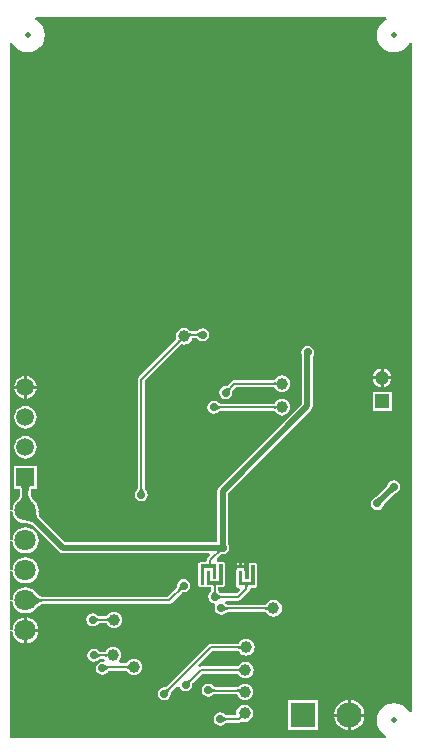
<source format=gbl>
G04*
G04 #@! TF.GenerationSoftware,Altium Limited,Altium Designer,20.2.7 (254)*
G04*
G04 Layer_Physical_Order=2*
G04 Layer_Color=16711680*
%FSLAX44Y44*%
%MOMM*%
G71*
G04*
G04 #@! TF.SameCoordinates,2281EFF5-857D-4E86-B53A-B943DB852D4A*
G04*
G04*
G04 #@! TF.FilePolarity,Positive*
G04*
G01*
G75*
%ADD13C,0.2000*%
%ADD53C,1.0000*%
%ADD64C,0.5000*%
%ADD65C,1.8000*%
%ADD66C,1.5000*%
%ADD67R,1.5000X1.5000*%
%ADD68R,2.1500X2.1500*%
%ADD69C,2.1500*%
%ADD70C,0.5000*%
%ADD71C,1.2000*%
%ADD72R,1.2000X1.2000*%
%ADD73C,0.7000*%
%ADD74R,0.2500X0.2500*%
G36*
X2219646Y1767581D02*
X2218544Y1767124D01*
X2215515Y1764800D01*
X2213190Y1761771D01*
X2211729Y1758243D01*
X2211231Y1754458D01*
X2211729Y1750673D01*
X2213190Y1747146D01*
X2215515Y1744117D01*
X2218544Y1741792D01*
X2222071Y1740331D01*
X2225856Y1739833D01*
X2229641Y1740331D01*
X2233169Y1741792D01*
X2236198Y1744117D01*
X2238522Y1747146D01*
X2238826Y1747880D01*
X2240826Y1747482D01*
X2240826Y1181434D01*
X2238826Y1181036D01*
X2238522Y1181771D01*
X2236198Y1184800D01*
X2233169Y1187124D01*
X2229641Y1188585D01*
X2225856Y1189083D01*
X2222071Y1188585D01*
X2218544Y1187124D01*
X2215515Y1184800D01*
X2213190Y1181771D01*
X2211729Y1178243D01*
X2211231Y1174458D01*
X2211729Y1170673D01*
X2213190Y1167146D01*
X2215515Y1164117D01*
X2218544Y1161792D01*
X2219351Y1161458D01*
X2218953Y1159458D01*
X1900826D01*
Y1250035D01*
X1902826Y1250166D01*
X1902948Y1249240D01*
X1903139Y1247787D01*
X1904248Y1245111D01*
X1906011Y1242813D01*
X1908309Y1241050D01*
X1910984Y1239941D01*
X1912586Y1239730D01*
Y1250658D01*
Y1261586D01*
X1910984Y1261375D01*
X1908309Y1260267D01*
X1906011Y1258503D01*
X1904248Y1256206D01*
X1903139Y1253530D01*
X1902948Y1252076D01*
X1902826Y1251150D01*
X1900826Y1251281D01*
X1900826Y1275435D01*
X1902826Y1275566D01*
X1902948Y1274640D01*
X1903139Y1273187D01*
X1904248Y1270511D01*
X1906011Y1268213D01*
X1908309Y1266450D01*
X1910984Y1265341D01*
X1913856Y1264963D01*
X1916728Y1265341D01*
X1919404Y1266450D01*
X1921701Y1268213D01*
X1921958Y1268547D01*
X1922712Y1269296D01*
X1923612Y1270137D01*
X1925291Y1271535D01*
X1925992Y1272036D01*
X1926635Y1272436D01*
X1927191Y1272723D01*
X1927645Y1272903D01*
X1927982Y1272990D01*
X1928085Y1272999D01*
X2035456D01*
X2035456Y1272999D01*
X2036627Y1273232D01*
X2037619Y1273895D01*
X2046301Y1282577D01*
X2046324Y1282595D01*
X2046427Y1282657D01*
X2046547Y1282717D01*
X2046688Y1282772D01*
X2046854Y1282821D01*
X2047047Y1282863D01*
X2047269Y1282894D01*
X2047520Y1282914D01*
X2047538Y1282914D01*
X2047856Y1282850D01*
X2050002Y1283277D01*
X2051821Y1284493D01*
X2053037Y1286312D01*
X2053464Y1288458D01*
X2053037Y1290604D01*
X2051821Y1292423D01*
X2050002Y1293639D01*
X2047856Y1294066D01*
X2045710Y1293639D01*
X2043891Y1292423D01*
X2042675Y1290604D01*
X2042248Y1288458D01*
X2042312Y1288139D01*
X2042312Y1288122D01*
X2042292Y1287871D01*
X2042260Y1287649D01*
X2042219Y1287456D01*
X2042169Y1287290D01*
X2042115Y1287149D01*
X2042056Y1287029D01*
X2041993Y1286926D01*
X2041975Y1286903D01*
X2034189Y1279117D01*
X1928085D01*
X1927982Y1279127D01*
X1927645Y1279213D01*
X1927191Y1279393D01*
X1926635Y1279680D01*
X1925992Y1280081D01*
X1925308Y1280569D01*
X1922686Y1282846D01*
X1921958Y1283569D01*
X1921701Y1283903D01*
X1919404Y1285667D01*
X1916728Y1286775D01*
X1913856Y1287153D01*
X1910984Y1286775D01*
X1908309Y1285667D01*
X1906011Y1283903D01*
X1904248Y1281606D01*
X1903139Y1278930D01*
X1902948Y1277476D01*
X1902826Y1276550D01*
X1900826Y1276681D01*
Y1300835D01*
X1902826Y1300966D01*
X1902948Y1300040D01*
X1903139Y1298587D01*
X1904248Y1295911D01*
X1906011Y1293613D01*
X1908309Y1291850D01*
X1910984Y1290741D01*
X1913856Y1290363D01*
X1916728Y1290741D01*
X1919404Y1291850D01*
X1921701Y1293613D01*
X1923465Y1295911D01*
X1924573Y1298587D01*
X1924951Y1301458D01*
X1924573Y1304330D01*
X1923465Y1307006D01*
X1921701Y1309303D01*
X1919404Y1311067D01*
X1916728Y1312175D01*
X1913856Y1312553D01*
X1910984Y1312175D01*
X1908309Y1311067D01*
X1906011Y1309303D01*
X1904248Y1307006D01*
X1903139Y1304330D01*
X1902948Y1302876D01*
X1902826Y1301950D01*
X1900826Y1302081D01*
Y1326235D01*
X1902826Y1326366D01*
X1902948Y1325440D01*
X1903139Y1323987D01*
X1904248Y1321311D01*
X1906011Y1319013D01*
X1908309Y1317250D01*
X1910984Y1316141D01*
X1913856Y1315763D01*
X1916728Y1316141D01*
X1919404Y1317250D01*
X1921701Y1319013D01*
X1923465Y1321311D01*
X1924573Y1323987D01*
X1924951Y1326858D01*
X1924573Y1329730D01*
X1923465Y1332406D01*
X1921701Y1334703D01*
X1919404Y1336467D01*
X1916728Y1337575D01*
X1913856Y1337953D01*
X1910984Y1337575D01*
X1908309Y1336467D01*
X1906011Y1334703D01*
X1904248Y1332406D01*
X1903139Y1329730D01*
X1902948Y1328276D01*
X1902826Y1327350D01*
X1900826Y1327481D01*
Y1351635D01*
X1902826Y1351766D01*
X1902948Y1350840D01*
X1903139Y1349387D01*
X1904248Y1346711D01*
X1906011Y1344413D01*
X1908309Y1342650D01*
X1910984Y1341541D01*
X1913856Y1341163D01*
X1914243Y1341214D01*
X1914892Y1341203D01*
X1915756Y1341139D01*
X1916557Y1341028D01*
X1917297Y1340872D01*
X1917977Y1340675D01*
X1918597Y1340438D01*
X1919163Y1340164D01*
X1919678Y1339853D01*
X1920047Y1339579D01*
X1942162Y1317464D01*
X1943650Y1316469D01*
X1945406Y1316120D01*
X2069329D01*
X2070094Y1314272D01*
X2068193Y1312371D01*
X2067530Y1311379D01*
X2067297Y1310208D01*
X2066427Y1308497D01*
X2062106Y1308497D01*
X2061326Y1308342D01*
X2060664Y1307900D01*
X2060222Y1307238D01*
X2060067Y1306458D01*
X2060067Y1289208D01*
X2060222Y1288428D01*
X2060664Y1287766D01*
X2061326Y1287324D01*
X2062106Y1287169D01*
X2065106Y1287169D01*
X2065887Y1287324D01*
X2066231Y1287554D01*
X2066576Y1287324D01*
X2067356Y1287169D01*
X2071105D01*
Y1284149D01*
X2071101Y1284120D01*
X2071073Y1284002D01*
X2071030Y1283875D01*
X2070969Y1283737D01*
X2070887Y1283585D01*
X2070779Y1283419D01*
X2070645Y1283239D01*
X2070481Y1283048D01*
X2070469Y1283036D01*
X2070199Y1282855D01*
X2068983Y1281036D01*
X2068556Y1278890D01*
X2068983Y1276744D01*
X2070199Y1274925D01*
X2072018Y1273709D01*
X2073629Y1273389D01*
X2074514Y1271964D01*
X2074675Y1271354D01*
X2074248Y1269208D01*
X2074675Y1267062D01*
X2075891Y1265243D01*
X2077710Y1264027D01*
X2079856Y1263600D01*
X2082002Y1264027D01*
X2083821Y1265243D01*
X2084002Y1265513D01*
X2084014Y1265525D01*
X2084205Y1265688D01*
X2084385Y1265824D01*
X2084551Y1265930D01*
X2084703Y1266013D01*
X2084841Y1266074D01*
X2084968Y1266117D01*
X2085086Y1266145D01*
X2085115Y1266149D01*
X2117333D01*
X2117394Y1266144D01*
X2117537Y1266120D01*
X2117561Y1266114D01*
X2117742Y1265678D01*
X2118864Y1264216D01*
X2120326Y1263094D01*
X2122029Y1262388D01*
X2123856Y1262148D01*
X2125683Y1262388D01*
X2127386Y1263094D01*
X2128849Y1264216D01*
X2129971Y1265678D01*
X2130676Y1267381D01*
X2130916Y1269208D01*
X2130676Y1271036D01*
X2129971Y1272738D01*
X2128849Y1274201D01*
X2127386Y1275323D01*
X2125683Y1276028D01*
X2123856Y1276268D01*
X2122029Y1276028D01*
X2120326Y1275323D01*
X2118864Y1274201D01*
X2117742Y1272738D01*
X2117561Y1272302D01*
X2117537Y1272296D01*
X2117394Y1272272D01*
X2117333Y1272267D01*
X2085115D01*
X2085086Y1272271D01*
X2084968Y1272299D01*
X2084841Y1272342D01*
X2084703Y1272403D01*
X2084551Y1272486D01*
X2084385Y1272593D01*
X2084205Y1272728D01*
X2084014Y1272891D01*
X2084002Y1272903D01*
X2083821Y1273173D01*
X2082837Y1273831D01*
X2083443Y1275831D01*
X2094038D01*
X2094038Y1275831D01*
X2095209Y1276064D01*
X2096201Y1276727D01*
X2103019Y1283545D01*
X2103019Y1283545D01*
X2103682Y1284538D01*
X2103915Y1285708D01*
X2105495Y1286669D01*
X2107856D01*
X2108636Y1286824D01*
X2109298Y1287266D01*
X2109740Y1287928D01*
X2109895Y1288708D01*
X2109895Y1305958D01*
X2109740Y1306739D01*
X2109298Y1307400D01*
X2108636Y1307842D01*
X2107856Y1307997D01*
X2104856Y1307997D01*
X2104076Y1307842D01*
X2103414Y1307400D01*
X2102972Y1306738D01*
X2102817Y1305958D01*
X2102817Y1293747D01*
X2100809D01*
X2100724Y1293833D01*
X2099606Y1293833D01*
Y1294951D01*
X2099395Y1295161D01*
X2099395Y1300708D01*
X2099240Y1301488D01*
X2099106Y1301689D01*
Y1302958D01*
X2092606Y1302958D01*
Y1301689D01*
X2092472Y1301489D01*
X2092317Y1300708D01*
X2092317Y1288708D01*
X2092472Y1287928D01*
X2092914Y1287266D01*
X2093576Y1286824D01*
X2094356Y1286669D01*
X2094878D01*
X2095643Y1284821D01*
X2092771Y1281949D01*
X2079423D01*
X2079394Y1281953D01*
X2079276Y1281981D01*
X2079149Y1282024D01*
X2079011Y1282085D01*
X2078859Y1282168D01*
X2078693Y1282275D01*
X2078513Y1282410D01*
X2078322Y1282574D01*
X2078310Y1282585D01*
X2078129Y1282855D01*
X2077859Y1283036D01*
X2077847Y1283048D01*
X2077684Y1283239D01*
X2077549Y1283419D01*
X2077442Y1283585D01*
X2077359Y1283737D01*
X2077298Y1283875D01*
X2077255Y1284002D01*
X2077227Y1284120D01*
X2077223Y1284149D01*
Y1287169D01*
X2080856D01*
X2081637Y1287324D01*
X2082298Y1287766D01*
X2082740Y1288428D01*
X2082895Y1289208D01*
X2082895Y1306458D01*
X2082740Y1307238D01*
X2082298Y1307900D01*
X2081637Y1308342D01*
X2080856Y1308497D01*
X2077856Y1308497D01*
X2077076Y1308342D01*
X2076041Y1308941D01*
X2075646Y1311172D01*
X2078696Y1314223D01*
X2079448Y1314918D01*
X2079547Y1314967D01*
X2079688Y1315022D01*
X2079854Y1315071D01*
X2080047Y1315112D01*
X2080269Y1315144D01*
X2080520Y1315164D01*
X2080538Y1315164D01*
X2080856Y1315100D01*
X2083002Y1315527D01*
X2084821Y1316743D01*
X2086037Y1318562D01*
X2086464Y1320708D01*
X2086037Y1322854D01*
X2085444Y1323741D01*
Y1366808D01*
X2155600Y1436964D01*
X2156595Y1438452D01*
X2156944Y1440208D01*
Y1482177D01*
X2158037Y1483812D01*
X2158464Y1485958D01*
X2158037Y1488104D01*
X2156821Y1489923D01*
X2155002Y1491139D01*
X2152856Y1491566D01*
X2150710Y1491139D01*
X2148891Y1489923D01*
X2147675Y1488104D01*
X2147248Y1485958D01*
X2147675Y1483812D01*
X2147768Y1483673D01*
Y1442109D01*
X2077612Y1371953D01*
X2076617Y1370464D01*
X2076268Y1368708D01*
Y1325296D01*
X1947307D01*
X1926536Y1346067D01*
X1926262Y1346436D01*
X1925950Y1346951D01*
X1925676Y1347517D01*
X1925439Y1348138D01*
X1925242Y1348817D01*
X1925086Y1349557D01*
X1924975Y1350358D01*
X1924911Y1351222D01*
X1924900Y1351872D01*
X1924951Y1352258D01*
X1924573Y1355130D01*
X1923465Y1357806D01*
X1921701Y1360103D01*
X1921392Y1360341D01*
X1920941Y1360807D01*
X1920375Y1361464D01*
X1919887Y1362109D01*
X1919474Y1362742D01*
X1919133Y1363362D01*
X1918862Y1363969D01*
X1918655Y1364562D01*
X1918511Y1365147D01*
X1918444Y1365602D01*
Y1368721D01*
X1918481Y1369131D01*
X1918576Y1369705D01*
X1918692Y1370135D01*
X1918806Y1370415D01*
X1918884Y1370541D01*
X1919046Y1370558D01*
X1923356D01*
Y1389558D01*
X1904356D01*
Y1370558D01*
X1908666D01*
X1908829Y1370541D01*
X1908906Y1370415D01*
X1909020Y1370135D01*
X1909136Y1369705D01*
X1909232Y1369131D01*
X1909268Y1368721D01*
Y1365602D01*
X1909201Y1365147D01*
X1909057Y1364562D01*
X1908851Y1363969D01*
X1908579Y1363362D01*
X1908238Y1362742D01*
X1907825Y1362109D01*
X1907337Y1361464D01*
X1906771Y1360807D01*
X1906320Y1360341D01*
X1906011Y1360103D01*
X1904248Y1357806D01*
X1903139Y1355130D01*
X1902948Y1353676D01*
X1902826Y1352750D01*
X1900826Y1352881D01*
X1900826Y1747627D01*
X1902826Y1748025D01*
X1903190Y1747146D01*
X1905515Y1744117D01*
X1908544Y1741792D01*
X1912071Y1740331D01*
X1915856Y1739833D01*
X1919641Y1740331D01*
X1923169Y1741792D01*
X1926198Y1744117D01*
X1928522Y1747146D01*
X1929983Y1750673D01*
X1930481Y1754458D01*
X1929983Y1758243D01*
X1928522Y1761771D01*
X1926198Y1764800D01*
X1923169Y1767124D01*
X1922066Y1767581D01*
X1922464Y1769581D01*
X2219249D01*
X2219646Y1767581D01*
D02*
G37*
G36*
X1918381Y1372539D02*
X1917956Y1372389D01*
X1917581Y1372139D01*
X1917256Y1371789D01*
X1916981Y1371339D01*
X1916756Y1370789D01*
X1916581Y1370139D01*
X1916456Y1369389D01*
X1916381Y1368539D01*
X1916356Y1367589D01*
X1911356D01*
X1911331Y1368539D01*
X1911256Y1369389D01*
X1911131Y1370139D01*
X1910956Y1370789D01*
X1910731Y1371339D01*
X1910456Y1371789D01*
X1910131Y1372139D01*
X1909756Y1372389D01*
X1909331Y1372539D01*
X1908856Y1372589D01*
X1918856D01*
X1918381Y1372539D01*
D02*
G37*
G36*
X1916394Y1365527D02*
X1916508Y1364753D01*
X1916698Y1363983D01*
X1916964Y1363216D01*
X1917306Y1362452D01*
X1917724Y1361692D01*
X1918218Y1360936D01*
X1918788Y1360182D01*
X1919434Y1359432D01*
X1920156Y1358685D01*
X1907556D01*
X1908278Y1359432D01*
X1908924Y1360182D01*
X1909494Y1360936D01*
X1909988Y1361692D01*
X1910406Y1362452D01*
X1910748Y1363216D01*
X1911014Y1363983D01*
X1911204Y1364753D01*
X1911318Y1365527D01*
X1911356Y1366304D01*
X1916356D01*
X1916394Y1365527D01*
D02*
G37*
G36*
X1922873Y1351130D02*
X1922947Y1350143D01*
X1923076Y1349207D01*
X1923262Y1348322D01*
X1923504Y1347489D01*
X1923802Y1346707D01*
X1924156Y1345977D01*
X1924567Y1345298D01*
X1925033Y1344670D01*
X1925556Y1344094D01*
X1922020Y1340558D01*
X1921444Y1341081D01*
X1920816Y1341548D01*
X1920137Y1341958D01*
X1919407Y1342312D01*
X1918625Y1342610D01*
X1917792Y1342852D01*
X1916908Y1343038D01*
X1915972Y1343168D01*
X1914985Y1343241D01*
X1913946Y1343259D01*
X1922856Y1352168D01*
X1922873Y1351130D01*
D02*
G37*
G36*
X2080858Y1318208D02*
X2080617Y1318174D01*
X2080332Y1318073D01*
X2080083Y1317947D01*
X2080821Y1317208D01*
X2080424Y1317201D01*
X2080047Y1317172D01*
X2079688Y1317121D01*
X2079348Y1317048D01*
X2079027Y1316953D01*
X2078725Y1316835D01*
X2078442Y1316696D01*
X2078219Y1316559D01*
X2077057Y1315484D01*
X2076407Y1314845D01*
X2074993Y1316259D01*
X2075632Y1316909D01*
X2075754Y1317048D01*
X2076832Y1318275D01*
X2076844Y1318294D01*
X2076983Y1318577D01*
X2077101Y1318879D01*
X2077196Y1319200D01*
X2077269Y1319540D01*
X2077320Y1319899D01*
X2077349Y1320277D01*
X2077356Y1320673D01*
X2078095Y1319935D01*
X2078221Y1320184D01*
X2078322Y1320469D01*
X2078356Y1320710D01*
X2080858Y1318208D01*
D02*
G37*
G36*
X2075606Y1294333D02*
X2072606Y1294333D01*
X2072606Y1303458D01*
X2065106Y1303458D01*
X2065106Y1289208D01*
X2062106Y1289208D01*
X2062106Y1306458D01*
X2075606Y1306458D01*
X2075606Y1294333D01*
D02*
G37*
G36*
X2080856Y1289208D02*
X2075228D01*
X2075222Y1289169D01*
X2075190Y1288769D01*
X2075166Y1287869D01*
X2075164Y1287489D01*
X2073164D01*
X2073161Y1287869D01*
X2073064Y1289169D01*
X2073054Y1289208D01*
X2067356D01*
X2067356Y1301208D01*
X2070356Y1301208D01*
X2070356Y1292208D01*
X2077856Y1292208D01*
X2077856Y1306458D01*
X2080856Y1306458D01*
X2080856Y1289208D01*
D02*
G37*
G36*
X2107856Y1288708D02*
X2102042D01*
X2102025Y1288669D01*
X2101974Y1288489D01*
X2101931Y1288269D01*
X2101898Y1288009D01*
X2101861Y1287369D01*
X2101856Y1286989D01*
X2099856D01*
X2099882Y1288708D01*
X2094356D01*
X2094356Y1300708D01*
X2097356Y1300708D01*
X2097356Y1291708D01*
X2104856Y1291708D01*
X2104856Y1305958D01*
X2107856Y1305958D01*
X2107856Y1288708D01*
D02*
G37*
G36*
X2047821Y1284958D02*
X2047424Y1284951D01*
X2047047Y1284922D01*
X2046688Y1284871D01*
X2046348Y1284798D01*
X2046027Y1284702D01*
X2045725Y1284585D01*
X2045442Y1284445D01*
X2045178Y1284284D01*
X2044933Y1284100D01*
X2044707Y1283894D01*
X2043292Y1285309D01*
X2043498Y1285535D01*
X2043682Y1285780D01*
X2043844Y1286044D01*
X2043983Y1286327D01*
X2044100Y1286629D01*
X2044196Y1286950D01*
X2044269Y1287290D01*
X2044320Y1287649D01*
X2044349Y1288026D01*
X2044356Y1288423D01*
X2047821Y1284958D01*
D02*
G37*
G36*
X2075179Y1284039D02*
X2075222Y1283735D01*
X2075295Y1283434D01*
X2075396Y1283136D01*
X2075527Y1282839D01*
X2075686Y1282545D01*
X2075875Y1282253D01*
X2076092Y1281963D01*
X2076339Y1281675D01*
X2076614Y1281390D01*
X2071714D01*
X2071990Y1281675D01*
X2072236Y1281963D01*
X2072454Y1282253D01*
X2072642Y1282545D01*
X2072802Y1282839D01*
X2072932Y1283136D01*
X2073034Y1283434D01*
X2073106Y1283735D01*
X2073150Y1284039D01*
X2073164Y1284344D01*
X2075164D01*
X2075179Y1284039D01*
D02*
G37*
G36*
X2076949Y1281065D02*
X2077237Y1280818D01*
X2077527Y1280601D01*
X2077819Y1280412D01*
X2078113Y1280253D01*
X2078409Y1280122D01*
X2078708Y1280021D01*
X2079009Y1279948D01*
X2079313Y1279905D01*
X2079618Y1279890D01*
Y1277890D01*
X2079313Y1277876D01*
X2079009Y1277832D01*
X2078708Y1277760D01*
X2078409Y1277658D01*
X2078113Y1277528D01*
X2077819Y1277368D01*
X2077527Y1277180D01*
X2077237Y1276962D01*
X2076949Y1276716D01*
X2076664Y1276440D01*
Y1281340D01*
X2076949Y1281065D01*
D02*
G37*
G36*
X1921298Y1281351D02*
X1924044Y1278966D01*
X1924860Y1278383D01*
X1925627Y1277906D01*
X1926345Y1277535D01*
X1927013Y1277270D01*
X1927631Y1277111D01*
X1928200Y1277058D01*
Y1275058D01*
X1927631Y1275005D01*
X1927013Y1274846D01*
X1926345Y1274581D01*
X1925627Y1274210D01*
X1924860Y1273733D01*
X1924044Y1273150D01*
X1922263Y1271666D01*
X1921298Y1270765D01*
X1920283Y1269758D01*
Y1282358D01*
X1921298Y1281351D01*
D02*
G37*
G36*
X2119274Y1267208D02*
X2119172Y1267398D01*
X2119041Y1267568D01*
X2118882Y1267718D01*
X2118693Y1267848D01*
X2118476Y1267958D01*
X2118230Y1268048D01*
X2117955Y1268118D01*
X2117651Y1268168D01*
X2117319Y1268198D01*
X2116957Y1268208D01*
Y1270208D01*
X2117319Y1270218D01*
X2117651Y1270248D01*
X2117955Y1270298D01*
X2118230Y1270368D01*
X2118476Y1270458D01*
X2118693Y1270568D01*
X2118882Y1270698D01*
X2119041Y1270848D01*
X2119172Y1271018D01*
X2119274Y1271208D01*
Y1267208D01*
D02*
G37*
G36*
X2082641Y1271383D02*
X2082929Y1271136D01*
X2083219Y1270919D01*
X2083511Y1270730D01*
X2083805Y1270571D01*
X2084102Y1270440D01*
X2084400Y1270339D01*
X2084701Y1270266D01*
X2085005Y1270223D01*
X2085310Y1270208D01*
Y1268208D01*
X2085005Y1268194D01*
X2084701Y1268150D01*
X2084400Y1268078D01*
X2084102Y1267976D01*
X2083805Y1267846D01*
X2083511Y1267686D01*
X2083219Y1267498D01*
X2082929Y1267280D01*
X2082641Y1267034D01*
X2082356Y1266758D01*
Y1271658D01*
X2082641Y1271383D01*
D02*
G37*
%LPC*%
G36*
X2063856Y1506566D02*
X2061710Y1506139D01*
X2059891Y1504923D01*
X2059690Y1504622D01*
X2059628Y1504560D01*
X2059444Y1504397D01*
X2059273Y1504264D01*
X2059114Y1504159D01*
X2058969Y1504078D01*
X2058836Y1504018D01*
X2058716Y1503977D01*
X2058602Y1503949D01*
X2058575Y1503945D01*
X2054271D01*
X2054224Y1503948D01*
X2054030Y1503973D01*
X2053875Y1504002D01*
X2053763Y1504033D01*
X2053692Y1504058D01*
X2053678Y1504065D01*
X2053642Y1504102D01*
X2053587Y1504140D01*
X2053349Y1504451D01*
X2051886Y1505573D01*
X2050184Y1506278D01*
X2048356Y1506519D01*
X2046529Y1506278D01*
X2044826Y1505573D01*
X2043364Y1504451D01*
X2042242Y1502988D01*
X2041536Y1501286D01*
X2041296Y1499458D01*
X2041536Y1497631D01*
X2041717Y1497195D01*
X2041705Y1497173D01*
X2041620Y1497056D01*
X2041581Y1497009D01*
X2009693Y1465121D01*
X2009030Y1464129D01*
X2008797Y1462958D01*
X2008797Y1462958D01*
Y1370717D01*
X2008793Y1370688D01*
X2008765Y1370570D01*
X2008722Y1370443D01*
X2008661Y1370305D01*
X2008578Y1370153D01*
X2008471Y1369987D01*
X2008337Y1369807D01*
X2008173Y1369616D01*
X2008161Y1369604D01*
X2007891Y1369423D01*
X2006675Y1367604D01*
X2006248Y1365458D01*
X2006675Y1363312D01*
X2007891Y1361493D01*
X2009710Y1360277D01*
X2011856Y1359850D01*
X2014002Y1360277D01*
X2015821Y1361493D01*
X2017037Y1363312D01*
X2017464Y1365458D01*
X2017037Y1367604D01*
X2015821Y1369423D01*
X2015551Y1369604D01*
X2015540Y1369616D01*
X2015376Y1369807D01*
X2015241Y1369987D01*
X2015134Y1370153D01*
X2015051Y1370305D01*
X2014990Y1370443D01*
X2014947Y1370570D01*
X2014919Y1370688D01*
X2014915Y1370717D01*
Y1461691D01*
X2045907Y1492683D01*
X2045953Y1492722D01*
X2046071Y1492807D01*
X2046093Y1492819D01*
X2046529Y1492638D01*
X2048356Y1492398D01*
X2050184Y1492638D01*
X2051886Y1493344D01*
X2053349Y1494466D01*
X2054471Y1495928D01*
X2055176Y1497631D01*
X2055202Y1497827D01*
X2058622D01*
X2058652Y1497823D01*
X2058774Y1497794D01*
X2058907Y1497750D01*
X2059052Y1497688D01*
X2059211Y1497604D01*
X2059384Y1497495D01*
X2059571Y1497359D01*
X2059738Y1497221D01*
X2059891Y1496993D01*
X2061710Y1495777D01*
X2063856Y1495350D01*
X2066002Y1495777D01*
X2067821Y1496993D01*
X2069037Y1498812D01*
X2069464Y1500958D01*
X2069037Y1503104D01*
X2067821Y1504923D01*
X2066002Y1506139D01*
X2063856Y1506566D01*
D02*
G37*
G36*
X2217126Y1472360D02*
Y1465728D01*
X2223758D01*
X2223650Y1466546D01*
X2222844Y1468493D01*
X2221562Y1470164D01*
X2219891Y1471446D01*
X2217944Y1472252D01*
X2217126Y1472360D01*
D02*
G37*
G36*
X2214586D02*
X2213768Y1472252D01*
X2211822Y1471446D01*
X2210150Y1470164D01*
X2208868Y1468493D01*
X2208062Y1466546D01*
X2207954Y1465728D01*
X2214586D01*
Y1472360D01*
D02*
G37*
G36*
X2130856Y1466519D02*
X2129029Y1466278D01*
X2127326Y1465573D01*
X2125864Y1464451D01*
X2124742Y1462988D01*
X2124561Y1462552D01*
X2124537Y1462546D01*
X2124394Y1462522D01*
X2124333Y1462517D01*
X2090856D01*
X2090856Y1462517D01*
X2089686Y1462284D01*
X2088693Y1461621D01*
X2084912Y1457839D01*
X2084888Y1457822D01*
X2084785Y1457759D01*
X2084665Y1457699D01*
X2084524Y1457645D01*
X2084358Y1457595D01*
X2084165Y1457554D01*
X2083943Y1457522D01*
X2083692Y1457503D01*
X2083675Y1457502D01*
X2083356Y1457566D01*
X2081210Y1457139D01*
X2079391Y1455923D01*
X2078175Y1454104D01*
X2077748Y1451958D01*
X2078175Y1449812D01*
X2079391Y1447993D01*
X2081210Y1446777D01*
X2083356Y1446350D01*
X2085502Y1446777D01*
X2087321Y1447993D01*
X2088537Y1449812D01*
X2088964Y1451958D01*
X2088900Y1452277D01*
X2088901Y1452294D01*
X2088920Y1452545D01*
X2088952Y1452767D01*
X2088993Y1452960D01*
X2089043Y1453126D01*
X2089097Y1453267D01*
X2089157Y1453387D01*
X2089220Y1453490D01*
X2089237Y1453514D01*
X2092123Y1456399D01*
X2124333D01*
X2124394Y1456394D01*
X2124537Y1456370D01*
X2124561Y1456364D01*
X2124742Y1455928D01*
X2125864Y1454466D01*
X2127326Y1453344D01*
X2129029Y1452638D01*
X2130856Y1452398D01*
X2132684Y1452638D01*
X2134386Y1453344D01*
X2135849Y1454466D01*
X2136971Y1455928D01*
X2137676Y1457631D01*
X2137917Y1459458D01*
X2137676Y1461286D01*
X2136971Y1462988D01*
X2135849Y1464451D01*
X2134386Y1465573D01*
X2132684Y1466278D01*
X2130856Y1466519D01*
D02*
G37*
G36*
X1915126Y1465673D02*
Y1457528D01*
X1923271D01*
X1923112Y1458738D01*
X1922154Y1461049D01*
X1920632Y1463034D01*
X1918647Y1464556D01*
X1916336Y1465514D01*
X1915126Y1465673D01*
D02*
G37*
G36*
X1912586Y1465673D02*
X1911376Y1465514D01*
X1909065Y1464556D01*
X1907081Y1463034D01*
X1905558Y1461049D01*
X1904601Y1458738D01*
X1904441Y1457528D01*
X1912586D01*
Y1465673D01*
D02*
G37*
G36*
X2223758Y1463188D02*
X2217126D01*
Y1456556D01*
X2217944Y1456664D01*
X2219891Y1457470D01*
X2221562Y1458752D01*
X2222844Y1460424D01*
X2223650Y1462370D01*
X2223758Y1463188D01*
D02*
G37*
G36*
X2214586D02*
X2207954D01*
X2208062Y1462370D01*
X2208868Y1460424D01*
X2210150Y1458752D01*
X2211822Y1457470D01*
X2213768Y1456664D01*
X2214586Y1456556D01*
Y1463188D01*
D02*
G37*
G36*
X1912586Y1454988D02*
X1904441D01*
X1904601Y1453778D01*
X1905558Y1451467D01*
X1907081Y1449483D01*
X1909065Y1447960D01*
X1911376Y1447003D01*
X1912586Y1446843D01*
Y1454988D01*
D02*
G37*
G36*
X1923271D02*
X1915126D01*
Y1446843D01*
X1916336Y1447003D01*
X1918647Y1447960D01*
X1920632Y1449483D01*
X1922154Y1451467D01*
X1923112Y1453778D01*
X1923271Y1454988D01*
D02*
G37*
G36*
X2130856Y1446519D02*
X2129029Y1446278D01*
X2127326Y1445573D01*
X2125864Y1444451D01*
X2124742Y1442988D01*
X2124561Y1442552D01*
X2124537Y1442546D01*
X2124394Y1442522D01*
X2124333Y1442517D01*
X2078615D01*
X2078586Y1442521D01*
X2078468Y1442549D01*
X2078341Y1442592D01*
X2078203Y1442653D01*
X2078051Y1442736D01*
X2077885Y1442843D01*
X2077705Y1442978D01*
X2077514Y1443141D01*
X2077502Y1443153D01*
X2077321Y1443423D01*
X2075502Y1444639D01*
X2073356Y1445066D01*
X2071210Y1444639D01*
X2069391Y1443423D01*
X2068175Y1441604D01*
X2067748Y1439458D01*
X2068175Y1437312D01*
X2069391Y1435493D01*
X2071210Y1434277D01*
X2073356Y1433850D01*
X2075502Y1434277D01*
X2077321Y1435493D01*
X2077502Y1435763D01*
X2077514Y1435775D01*
X2077705Y1435939D01*
X2077885Y1436073D01*
X2078051Y1436180D01*
X2078203Y1436263D01*
X2078341Y1436324D01*
X2078468Y1436367D01*
X2078586Y1436395D01*
X2078615Y1436399D01*
X2124333D01*
X2124394Y1436394D01*
X2124537Y1436370D01*
X2124561Y1436364D01*
X2124742Y1435928D01*
X2125864Y1434466D01*
X2127326Y1433344D01*
X2129029Y1432638D01*
X2130856Y1432398D01*
X2132684Y1432638D01*
X2134386Y1433344D01*
X2135849Y1434466D01*
X2136971Y1435928D01*
X2137676Y1437631D01*
X2137917Y1439458D01*
X2137676Y1441286D01*
X2136971Y1442988D01*
X2135849Y1444451D01*
X2134386Y1445573D01*
X2132684Y1446278D01*
X2130856Y1446519D01*
D02*
G37*
G36*
X2223856Y1452458D02*
X2207856D01*
Y1436458D01*
X2223856D01*
Y1452458D01*
D02*
G37*
G36*
X1913856Y1440440D02*
X1911376Y1440114D01*
X1909065Y1439156D01*
X1907081Y1437634D01*
X1905558Y1435649D01*
X1904601Y1433338D01*
X1904274Y1430858D01*
X1904601Y1428378D01*
X1905558Y1426067D01*
X1907081Y1424083D01*
X1909065Y1422560D01*
X1911376Y1421603D01*
X1913856Y1421276D01*
X1916336Y1421603D01*
X1918647Y1422560D01*
X1920632Y1424083D01*
X1922154Y1426067D01*
X1923112Y1428378D01*
X1923438Y1430858D01*
X1923112Y1433338D01*
X1922154Y1435649D01*
X1920632Y1437634D01*
X1918647Y1439156D01*
X1916336Y1440114D01*
X1913856Y1440440D01*
D02*
G37*
G36*
Y1415040D02*
X1911376Y1414714D01*
X1909065Y1413756D01*
X1907081Y1412234D01*
X1905558Y1410249D01*
X1904601Y1407938D01*
X1904274Y1405458D01*
X1904601Y1402978D01*
X1905558Y1400667D01*
X1907081Y1398683D01*
X1909065Y1397160D01*
X1911376Y1396203D01*
X1913856Y1395876D01*
X1916336Y1396203D01*
X1918647Y1397160D01*
X1920632Y1398683D01*
X1922154Y1400667D01*
X1923112Y1402978D01*
X1923438Y1405458D01*
X1923112Y1407938D01*
X1922154Y1410249D01*
X1920632Y1412234D01*
X1918647Y1413756D01*
X1916336Y1414714D01*
X1913856Y1415040D01*
D02*
G37*
G36*
X2225696Y1377616D02*
X2223550Y1377189D01*
X2221731Y1375973D01*
X2220515Y1374154D01*
X2220255Y1372846D01*
X2210889Y1363479D01*
X2209580Y1363219D01*
X2207761Y1362003D01*
X2206545Y1360184D01*
X2206118Y1358038D01*
X2206545Y1355892D01*
X2207761Y1354073D01*
X2209580Y1352857D01*
X2211726Y1352430D01*
X2213872Y1352857D01*
X2215691Y1354073D01*
X2216907Y1355892D01*
X2217063Y1356676D01*
X2227058Y1366671D01*
X2227842Y1366827D01*
X2229661Y1368043D01*
X2230877Y1369862D01*
X2231304Y1372008D01*
X2230877Y1374154D01*
X2229661Y1375973D01*
X2227842Y1377189D01*
X2225696Y1377616D01*
D02*
G37*
G36*
X2099106Y1307708D02*
X2097126D01*
Y1305958D01*
X2099106D01*
Y1307708D01*
D02*
G37*
G36*
X2094586D02*
X2092606D01*
Y1305958D01*
X2094586D01*
Y1307708D01*
D02*
G37*
G36*
X1988956Y1266518D02*
X1987129Y1266278D01*
X1985426Y1265573D01*
X1983964Y1264451D01*
X1982842Y1262988D01*
X1982661Y1262552D01*
X1982637Y1262546D01*
X1982494Y1262522D01*
X1982433Y1262517D01*
X1976115D01*
X1976086Y1262521D01*
X1975968Y1262549D01*
X1975841Y1262592D01*
X1975703Y1262653D01*
X1975551Y1262736D01*
X1975385Y1262843D01*
X1975205Y1262978D01*
X1975014Y1263141D01*
X1975002Y1263153D01*
X1974821Y1263423D01*
X1973002Y1264639D01*
X1970856Y1265066D01*
X1968710Y1264639D01*
X1966891Y1263423D01*
X1965675Y1261604D01*
X1965248Y1259458D01*
X1965675Y1257312D01*
X1966891Y1255493D01*
X1968710Y1254277D01*
X1970856Y1253850D01*
X1973002Y1254277D01*
X1974821Y1255493D01*
X1975002Y1255763D01*
X1975014Y1255775D01*
X1975205Y1255938D01*
X1975385Y1256074D01*
X1975551Y1256180D01*
X1975703Y1256263D01*
X1975841Y1256324D01*
X1975968Y1256367D01*
X1976086Y1256395D01*
X1976115Y1256399D01*
X1982433D01*
X1982494Y1256394D01*
X1982637Y1256370D01*
X1982661Y1256364D01*
X1982842Y1255928D01*
X1983964Y1254466D01*
X1985426Y1253344D01*
X1987129Y1252638D01*
X1988956Y1252398D01*
X1990784Y1252638D01*
X1992486Y1253344D01*
X1993949Y1254466D01*
X1995071Y1255928D01*
X1995776Y1257631D01*
X1996017Y1259458D01*
X1995776Y1261285D01*
X1995071Y1262988D01*
X1993949Y1264451D01*
X1992486Y1265573D01*
X1990784Y1266278D01*
X1988956Y1266518D01*
D02*
G37*
G36*
X1915126Y1261586D02*
Y1251928D01*
X1924784D01*
X1924573Y1253530D01*
X1923465Y1256206D01*
X1921701Y1258503D01*
X1919404Y1260267D01*
X1916728Y1261375D01*
X1915126Y1261586D01*
D02*
G37*
G36*
X1924784Y1249388D02*
X1915126D01*
Y1239730D01*
X1916728Y1239941D01*
X1919404Y1241050D01*
X1921701Y1242813D01*
X1923465Y1245111D01*
X1924573Y1247787D01*
X1924784Y1249388D01*
D02*
G37*
G36*
X2100856Y1243269D02*
X2099029Y1243028D01*
X2097326Y1242323D01*
X2095864Y1241201D01*
X2094742Y1239738D01*
X2094561Y1239302D01*
X2094537Y1239296D01*
X2094394Y1239272D01*
X2094333Y1239267D01*
X2070606D01*
X2070606Y1239267D01*
X2069436Y1239034D01*
X2068443Y1238371D01*
X2032912Y1202839D01*
X2032888Y1202822D01*
X2032785Y1202759D01*
X2032665Y1202700D01*
X2032524Y1202645D01*
X2032358Y1202595D01*
X2032165Y1202554D01*
X2031943Y1202522D01*
X2031692Y1202503D01*
X2031675Y1202503D01*
X2031356Y1202566D01*
X2029210Y1202139D01*
X2027391Y1200923D01*
X2026175Y1199104D01*
X2025748Y1196958D01*
X2026175Y1194812D01*
X2027391Y1192993D01*
X2029210Y1191777D01*
X2031356Y1191350D01*
X2033502Y1191777D01*
X2035321Y1192993D01*
X2036537Y1194812D01*
X2036964Y1196958D01*
X2036900Y1197277D01*
X2036901Y1197294D01*
X2036920Y1197545D01*
X2036952Y1197767D01*
X2036993Y1197960D01*
X2037043Y1198126D01*
X2037097Y1198267D01*
X2037157Y1198387D01*
X2037220Y1198490D01*
X2037237Y1198514D01*
X2042162Y1203438D01*
X2044332Y1202780D01*
X2044425Y1202312D01*
X2045641Y1200493D01*
X2047460Y1199277D01*
X2049606Y1198850D01*
X2051752Y1199277D01*
X2053571Y1200493D01*
X2054787Y1202312D01*
X2055214Y1204458D01*
X2055150Y1204777D01*
X2055151Y1204794D01*
X2055170Y1205045D01*
X2055202Y1205267D01*
X2055243Y1205460D01*
X2055293Y1205626D01*
X2055347Y1205767D01*
X2055407Y1205887D01*
X2055470Y1205990D01*
X2055487Y1206014D01*
X2063373Y1213899D01*
X2093583D01*
X2093644Y1213894D01*
X2093787Y1213870D01*
X2093811Y1213864D01*
X2093992Y1213428D01*
X2095114Y1211966D01*
X2096576Y1210844D01*
X2098279Y1210138D01*
X2100106Y1209898D01*
X2101933Y1210138D01*
X2103636Y1210844D01*
X2105099Y1211966D01*
X2106221Y1213428D01*
X2106926Y1215131D01*
X2107166Y1216958D01*
X2106926Y1218785D01*
X2106221Y1220488D01*
X2105099Y1221951D01*
X2103636Y1223073D01*
X2101933Y1223778D01*
X2100106Y1224018D01*
X2098279Y1223778D01*
X2096576Y1223073D01*
X2095114Y1221951D01*
X2093992Y1220488D01*
X2093811Y1220052D01*
X2093787Y1220046D01*
X2093644Y1220022D01*
X2093583Y1220017D01*
X2062106D01*
X2061436Y1219883D01*
X2060316Y1221592D01*
X2071873Y1233149D01*
X2094333D01*
X2094394Y1233144D01*
X2094537Y1233120D01*
X2094561Y1233114D01*
X2094742Y1232678D01*
X2095864Y1231216D01*
X2097326Y1230094D01*
X2099029Y1229388D01*
X2100856Y1229148D01*
X2102684Y1229388D01*
X2104386Y1230094D01*
X2105849Y1231216D01*
X2106971Y1232678D01*
X2107676Y1234381D01*
X2107917Y1236208D01*
X2107676Y1238036D01*
X2106971Y1239738D01*
X2105849Y1241201D01*
X2104386Y1242323D01*
X2102684Y1243028D01*
X2100856Y1243269D01*
D02*
G37*
G36*
X1987856Y1236518D02*
X1986029Y1236278D01*
X1984326Y1235573D01*
X1982864Y1234451D01*
X1981742Y1232988D01*
X1981561Y1232552D01*
X1981537Y1232546D01*
X1981394Y1232522D01*
X1981333Y1232517D01*
X1977115D01*
X1977086Y1232521D01*
X1976968Y1232549D01*
X1976841Y1232592D01*
X1976703Y1232653D01*
X1976551Y1232736D01*
X1976385Y1232843D01*
X1976205Y1232978D01*
X1976014Y1233141D01*
X1976002Y1233153D01*
X1975821Y1233423D01*
X1974002Y1234639D01*
X1971856Y1235066D01*
X1969710Y1234639D01*
X1967891Y1233423D01*
X1966675Y1231604D01*
X1966248Y1229458D01*
X1966675Y1227312D01*
X1967891Y1225493D01*
X1969710Y1224277D01*
X1971856Y1223850D01*
X1974002Y1224277D01*
X1975821Y1225493D01*
X1976002Y1225763D01*
X1976014Y1225775D01*
X1976205Y1225938D01*
X1976385Y1226073D01*
X1976551Y1226180D01*
X1976703Y1226263D01*
X1976841Y1226324D01*
X1976968Y1226367D01*
X1977086Y1226395D01*
X1977115Y1226399D01*
X1980769D01*
X1981244Y1225630D01*
X1980000Y1223838D01*
X1978856Y1224066D01*
X1976710Y1223639D01*
X1974891Y1222423D01*
X1973675Y1220604D01*
X1973248Y1218458D01*
X1973675Y1216312D01*
X1974891Y1214493D01*
X1976710Y1213277D01*
X1978856Y1212850D01*
X1981002Y1213277D01*
X1982821Y1214493D01*
X1983633Y1215707D01*
X1983715Y1215800D01*
X1983847Y1216027D01*
X1983860Y1216047D01*
X1983937Y1216156D01*
X1984012Y1216243D01*
X1984074Y1216301D01*
X1984124Y1216338D01*
X1984168Y1216363D01*
X1984213Y1216382D01*
X1984271Y1216398D01*
X1984278Y1216399D01*
X1999333D01*
X1999394Y1216394D01*
X1999537Y1216370D01*
X1999561Y1216364D01*
X1999742Y1215928D01*
X2000864Y1214466D01*
X2002326Y1213344D01*
X2004029Y1212638D01*
X2005856Y1212398D01*
X2007684Y1212638D01*
X2009386Y1213344D01*
X2010849Y1214466D01*
X2011971Y1215928D01*
X2012676Y1217631D01*
X2012917Y1219458D01*
X2012676Y1221285D01*
X2011971Y1222988D01*
X2010849Y1224451D01*
X2009386Y1225573D01*
X2007684Y1226278D01*
X2005856Y1226518D01*
X2004029Y1226278D01*
X2002326Y1225573D01*
X2000864Y1224451D01*
X1999742Y1222988D01*
X1999561Y1222552D01*
X1999537Y1222546D01*
X1999394Y1222522D01*
X1999333Y1222517D01*
X1993594D01*
X1992922Y1224274D01*
X1992888Y1224517D01*
X1993971Y1225928D01*
X1994676Y1227631D01*
X1994917Y1229458D01*
X1994676Y1231285D01*
X1993971Y1232988D01*
X1992849Y1234451D01*
X1991386Y1235573D01*
X1989684Y1236278D01*
X1987856Y1236518D01*
D02*
G37*
G36*
X2068606Y1205566D02*
X2066460Y1205139D01*
X2064641Y1203923D01*
X2063425Y1202104D01*
X2062998Y1199958D01*
X2063425Y1197812D01*
X2064641Y1195993D01*
X2066460Y1194777D01*
X2068606Y1194350D01*
X2070752Y1194777D01*
X2072035Y1195634D01*
X2072126Y1195681D01*
X2072231Y1195766D01*
X2072571Y1195993D01*
X2072612Y1196053D01*
X2072635Y1196070D01*
X2072851Y1196208D01*
X2073051Y1196320D01*
X2073237Y1196408D01*
X2073405Y1196474D01*
X2073558Y1196521D01*
X2073696Y1196552D01*
X2073730Y1196556D01*
X2092817D01*
X2093492Y1194928D01*
X2094614Y1193466D01*
X2096076Y1192344D01*
X2097779Y1191638D01*
X2099606Y1191398D01*
X2101434Y1191638D01*
X2103136Y1192344D01*
X2104599Y1193466D01*
X2105721Y1194928D01*
X2106426Y1196631D01*
X2106667Y1198458D01*
X2106426Y1200285D01*
X2105721Y1201988D01*
X2104599Y1203451D01*
X2103136Y1204573D01*
X2101434Y1205278D01*
X2099606Y1205518D01*
X2097779Y1205278D01*
X2096076Y1204573D01*
X2094614Y1203451D01*
X2094181Y1202886D01*
X2094071Y1202801D01*
X2094050Y1202777D01*
X2094007Y1202760D01*
X2093908Y1202732D01*
X2093798Y1202709D01*
X2093459Y1202674D01*
X2073958D01*
X2073936Y1202677D01*
X2073839Y1202702D01*
X2073739Y1202739D01*
X2073632Y1202791D01*
X2073514Y1202863D01*
X2073383Y1202959D01*
X2073240Y1203084D01*
X2073086Y1203240D01*
X2072881Y1203479D01*
X2072854Y1203501D01*
X2072571Y1203923D01*
X2070752Y1205139D01*
X2068606Y1205566D01*
D02*
G37*
G36*
X2189468Y1191537D02*
Y1180114D01*
X2200891D01*
X2200620Y1182172D01*
X2199335Y1185274D01*
X2197292Y1187937D01*
X2194628Y1189981D01*
X2191527Y1191266D01*
X2189468Y1191537D01*
D02*
G37*
G36*
X2186928Y1191537D02*
X2184870Y1191266D01*
X2181768Y1189981D01*
X2179105Y1187937D01*
X2177061Y1185274D01*
X2175776Y1182172D01*
X2175505Y1180114D01*
X2186928D01*
Y1191537D01*
D02*
G37*
G36*
X2099356Y1187269D02*
X2097529Y1187028D01*
X2095826Y1186323D01*
X2094364Y1185201D01*
X2093242Y1183738D01*
X2092536Y1182036D01*
X2092296Y1180208D01*
X2092320Y1180021D01*
X2091002Y1178517D01*
X2084115D01*
X2084086Y1178521D01*
X2083968Y1178549D01*
X2083841Y1178592D01*
X2083703Y1178653D01*
X2083551Y1178736D01*
X2083385Y1178843D01*
X2083205Y1178978D01*
X2083014Y1179141D01*
X2083002Y1179153D01*
X2082821Y1179423D01*
X2081002Y1180639D01*
X2078856Y1181066D01*
X2076710Y1180639D01*
X2074891Y1179423D01*
X2073675Y1177604D01*
X2073248Y1175458D01*
X2073675Y1173312D01*
X2074891Y1171493D01*
X2076710Y1170277D01*
X2078856Y1169850D01*
X2081002Y1170277D01*
X2082821Y1171493D01*
X2083002Y1171763D01*
X2083014Y1171775D01*
X2083205Y1171938D01*
X2083385Y1172073D01*
X2083551Y1172180D01*
X2083703Y1172263D01*
X2083841Y1172324D01*
X2083968Y1172367D01*
X2084086Y1172395D01*
X2084115Y1172399D01*
X2094449D01*
X2094449Y1172399D01*
X2095620Y1172632D01*
X2096612Y1173295D01*
X2096905Y1173588D01*
X2096928Y1173608D01*
X2096953Y1173627D01*
X2097529Y1173388D01*
X2099356Y1173148D01*
X2101183Y1173388D01*
X2102886Y1174094D01*
X2104349Y1175216D01*
X2105471Y1176678D01*
X2106176Y1178381D01*
X2106416Y1180208D01*
X2106176Y1182036D01*
X2105471Y1183738D01*
X2104349Y1185201D01*
X2102886Y1186323D01*
X2101183Y1187028D01*
X2099356Y1187269D01*
D02*
G37*
G36*
X2200891Y1177574D02*
X2189468D01*
Y1166151D01*
X2191527Y1166422D01*
X2194628Y1167707D01*
X2197292Y1169751D01*
X2199335Y1172414D01*
X2200620Y1175516D01*
X2200891Y1177574D01*
D02*
G37*
G36*
X2186928D02*
X2175505D01*
X2175776Y1175516D01*
X2177061Y1172414D01*
X2179105Y1169751D01*
X2181768Y1167707D01*
X2184870Y1166422D01*
X2186928Y1166151D01*
Y1177574D01*
D02*
G37*
G36*
X2161348Y1191594D02*
X2135848D01*
Y1166094D01*
X2161348D01*
Y1191594D01*
D02*
G37*
%LPD*%
G36*
X2052323Y1502532D02*
X2052494Y1502397D01*
X2052689Y1502277D01*
X2052908Y1502173D01*
X2053151Y1502086D01*
X2053418Y1502014D01*
X2053709Y1501958D01*
X2054024Y1501918D01*
X2054364Y1501894D01*
X2054727Y1501886D01*
X2055338Y1499886D01*
X2054977Y1499876D01*
X2054652Y1499845D01*
X2054362Y1499793D01*
X2054107Y1499720D01*
X2053887Y1499627D01*
X2053703Y1499513D01*
X2053554Y1499379D01*
X2053440Y1499223D01*
X2053362Y1499047D01*
X2053319Y1498850D01*
X2052177Y1502684D01*
X2052323Y1502532D01*
D02*
G37*
G36*
X2061408Y1498457D02*
X2061115Y1498729D01*
X2060821Y1498972D01*
X2060526Y1499186D01*
X2060230Y1499372D01*
X2059932Y1499529D01*
X2059633Y1499657D01*
X2059333Y1499758D01*
X2059031Y1499829D01*
X2058728Y1499872D01*
X2058424Y1499886D01*
X2058381Y1501886D01*
X2058688Y1501901D01*
X2058992Y1501945D01*
X2059292Y1502018D01*
X2059590Y1502121D01*
X2059884Y1502254D01*
X2060175Y1502415D01*
X2060463Y1502607D01*
X2060747Y1502827D01*
X2061029Y1503077D01*
X2061307Y1503356D01*
X2061408Y1498457D01*
D02*
G37*
G36*
X2046530Y1494804D02*
X2046324Y1494866D01*
X2046111Y1494894D01*
X2045892Y1494887D01*
X2045667Y1494846D01*
X2045436Y1494770D01*
X2045198Y1494660D01*
X2044954Y1494515D01*
X2044704Y1494335D01*
X2044448Y1494121D01*
X2044185Y1493873D01*
X2042771Y1495287D01*
X2043019Y1495550D01*
X2043233Y1495806D01*
X2043413Y1496056D01*
X2043558Y1496300D01*
X2043668Y1496538D01*
X2043744Y1496769D01*
X2043785Y1496994D01*
X2043792Y1497213D01*
X2043764Y1497426D01*
X2043702Y1497632D01*
X2046530Y1494804D01*
D02*
G37*
G36*
X2012871Y1370607D02*
X2012914Y1370303D01*
X2012987Y1370002D01*
X2013088Y1369704D01*
X2013219Y1369407D01*
X2013378Y1369113D01*
X2013567Y1368820D01*
X2013784Y1368531D01*
X2014031Y1368243D01*
X2014306Y1367958D01*
X2009406D01*
X2009682Y1368243D01*
X2009928Y1368531D01*
X2010146Y1368820D01*
X2010334Y1369113D01*
X2010494Y1369407D01*
X2010624Y1369704D01*
X2010726Y1370002D01*
X2010798Y1370303D01*
X2010842Y1370607D01*
X2010856Y1370912D01*
X2012856D01*
X2012871Y1370607D01*
D02*
G37*
G36*
X2126273Y1457458D02*
X2126172Y1457648D01*
X2126041Y1457818D01*
X2125882Y1457968D01*
X2125693Y1458098D01*
X2125476Y1458208D01*
X2125230Y1458298D01*
X2124955Y1458368D01*
X2124651Y1458418D01*
X2124319Y1458448D01*
X2123957Y1458458D01*
Y1460458D01*
X2124319Y1460468D01*
X2124651Y1460498D01*
X2124955Y1460548D01*
X2125230Y1460618D01*
X2125476Y1460708D01*
X2125693Y1460818D01*
X2125882Y1460948D01*
X2126041Y1461098D01*
X2126172Y1461268D01*
X2126273Y1461458D01*
Y1457458D01*
D02*
G37*
G36*
X2087920Y1455108D02*
X2087714Y1454881D01*
X2087530Y1454636D01*
X2087369Y1454372D01*
X2087229Y1454089D01*
X2087112Y1453787D01*
X2087016Y1453466D01*
X2086943Y1453126D01*
X2086892Y1452767D01*
X2086863Y1452390D01*
X2086856Y1451993D01*
X2083391Y1455458D01*
X2083788Y1455465D01*
X2084165Y1455494D01*
X2084524Y1455545D01*
X2084864Y1455618D01*
X2085185Y1455714D01*
X2085487Y1455831D01*
X2085770Y1455971D01*
X2086034Y1456132D01*
X2086279Y1456316D01*
X2086506Y1456522D01*
X2087920Y1455108D01*
D02*
G37*
G36*
X2126273Y1437458D02*
X2126172Y1437648D01*
X2126041Y1437818D01*
X2125882Y1437968D01*
X2125693Y1438098D01*
X2125476Y1438208D01*
X2125230Y1438298D01*
X2124955Y1438368D01*
X2124651Y1438418D01*
X2124319Y1438448D01*
X2123957Y1438458D01*
Y1440458D01*
X2124319Y1440468D01*
X2124651Y1440498D01*
X2124955Y1440548D01*
X2125230Y1440618D01*
X2125476Y1440708D01*
X2125693Y1440818D01*
X2125882Y1440948D01*
X2126041Y1441098D01*
X2126172Y1441268D01*
X2126273Y1441458D01*
Y1437458D01*
D02*
G37*
G36*
X2076141Y1441633D02*
X2076429Y1441386D01*
X2076718Y1441169D01*
X2077011Y1440980D01*
X2077305Y1440821D01*
X2077601Y1440690D01*
X2077900Y1440589D01*
X2078201Y1440516D01*
X2078505Y1440473D01*
X2078810Y1440458D01*
Y1438458D01*
X2078505Y1438444D01*
X2078201Y1438400D01*
X2077900Y1438328D01*
X2077601Y1438226D01*
X2077305Y1438096D01*
X2077011Y1437936D01*
X2076718Y1437748D01*
X2076429Y1437530D01*
X2076141Y1437284D01*
X2075856Y1437008D01*
Y1441908D01*
X2076141Y1441633D01*
D02*
G37*
G36*
X1984373Y1257458D02*
X1984272Y1257648D01*
X1984141Y1257818D01*
X1983982Y1257968D01*
X1983793Y1258098D01*
X1983576Y1258208D01*
X1983330Y1258298D01*
X1983055Y1258368D01*
X1982751Y1258418D01*
X1982419Y1258448D01*
X1982057Y1258458D01*
Y1260458D01*
X1982419Y1260468D01*
X1982751Y1260498D01*
X1983055Y1260548D01*
X1983330Y1260618D01*
X1983576Y1260708D01*
X1983793Y1260818D01*
X1983982Y1260948D01*
X1984141Y1261098D01*
X1984272Y1261268D01*
X1984373Y1261458D01*
Y1257458D01*
D02*
G37*
G36*
X1973641Y1261633D02*
X1973929Y1261386D01*
X1974218Y1261169D01*
X1974511Y1260980D01*
X1974805Y1260821D01*
X1975101Y1260690D01*
X1975400Y1260589D01*
X1975701Y1260516D01*
X1976005Y1260473D01*
X1976310Y1260458D01*
Y1258458D01*
X1976005Y1258444D01*
X1975701Y1258400D01*
X1975400Y1258328D01*
X1975101Y1258226D01*
X1974805Y1258096D01*
X1974511Y1257936D01*
X1974218Y1257748D01*
X1973929Y1257530D01*
X1973641Y1257284D01*
X1973356Y1257008D01*
Y1261908D01*
X1973641Y1261633D01*
D02*
G37*
G36*
X2096273Y1234208D02*
X2096172Y1234398D01*
X2096041Y1234568D01*
X2095882Y1234718D01*
X2095693Y1234848D01*
X2095476Y1234958D01*
X2095230Y1235048D01*
X2094955Y1235118D01*
X2094651Y1235168D01*
X2094319Y1235198D01*
X2093957Y1235208D01*
Y1237208D01*
X2094319Y1237218D01*
X2094651Y1237248D01*
X2094955Y1237298D01*
X2095230Y1237368D01*
X2095476Y1237458D01*
X2095693Y1237568D01*
X2095882Y1237698D01*
X2096041Y1237848D01*
X2096172Y1238018D01*
X2096273Y1238208D01*
Y1234208D01*
D02*
G37*
G36*
X2095524Y1214958D02*
X2095422Y1215148D01*
X2095291Y1215318D01*
X2095132Y1215468D01*
X2094943Y1215598D01*
X2094726Y1215708D01*
X2094480Y1215798D01*
X2094205Y1215868D01*
X2093901Y1215918D01*
X2093569Y1215948D01*
X2093207Y1215958D01*
Y1217958D01*
X2093569Y1217968D01*
X2093901Y1217998D01*
X2094205Y1218048D01*
X2094480Y1218118D01*
X2094726Y1218208D01*
X2094943Y1218318D01*
X2095132Y1218448D01*
X2095291Y1218598D01*
X2095422Y1218768D01*
X2095524Y1218958D01*
Y1214958D01*
D02*
G37*
G36*
X2054170Y1207608D02*
X2053964Y1207381D01*
X2053780Y1207136D01*
X2053619Y1206872D01*
X2053479Y1206589D01*
X2053362Y1206287D01*
X2053266Y1205966D01*
X2053193Y1205626D01*
X2053142Y1205267D01*
X2053113Y1204890D01*
X2053106Y1204493D01*
X2049641Y1207958D01*
X2050038Y1207965D01*
X2050415Y1207994D01*
X2050774Y1208045D01*
X2051114Y1208118D01*
X2051435Y1208214D01*
X2051737Y1208331D01*
X2052020Y1208471D01*
X2052284Y1208632D01*
X2052529Y1208816D01*
X2052756Y1209022D01*
X2054170Y1207608D01*
D02*
G37*
G36*
X2035920Y1200108D02*
X2035714Y1199881D01*
X2035530Y1199636D01*
X2035369Y1199372D01*
X2035229Y1199089D01*
X2035112Y1198787D01*
X2035016Y1198466D01*
X2034943Y1198126D01*
X2034892Y1197767D01*
X2034863Y1197390D01*
X2034856Y1196993D01*
X2031391Y1200458D01*
X2031788Y1200465D01*
X2032165Y1200494D01*
X2032524Y1200545D01*
X2032864Y1200619D01*
X2033185Y1200714D01*
X2033487Y1200831D01*
X2033770Y1200971D01*
X2034034Y1201132D01*
X2034279Y1201316D01*
X2034506Y1201522D01*
X2035920Y1200108D01*
D02*
G37*
G36*
X1983273Y1227458D02*
X1983172Y1227648D01*
X1983041Y1227818D01*
X1982882Y1227968D01*
X1982693Y1228098D01*
X1982476Y1228208D01*
X1982230Y1228298D01*
X1981955Y1228368D01*
X1981651Y1228418D01*
X1981319Y1228448D01*
X1980957Y1228458D01*
Y1230458D01*
X1981319Y1230468D01*
X1981651Y1230498D01*
X1981955Y1230548D01*
X1982230Y1230618D01*
X1982476Y1230708D01*
X1982693Y1230818D01*
X1982882Y1230948D01*
X1983041Y1231098D01*
X1983172Y1231268D01*
X1983273Y1231458D01*
Y1227458D01*
D02*
G37*
G36*
X1974641Y1231633D02*
X1974929Y1231386D01*
X1975219Y1231169D01*
X1975511Y1230980D01*
X1975805Y1230821D01*
X1976102Y1230690D01*
X1976400Y1230589D01*
X1976701Y1230516D01*
X1977005Y1230473D01*
X1977310Y1230458D01*
Y1228458D01*
X1977005Y1228444D01*
X1976701Y1228400D01*
X1976400Y1228328D01*
X1976102Y1228226D01*
X1975805Y1228096D01*
X1975511Y1227936D01*
X1975219Y1227748D01*
X1974929Y1227530D01*
X1974641Y1227284D01*
X1974356Y1227008D01*
Y1231908D01*
X1974641Y1231633D01*
D02*
G37*
G36*
X2001273Y1217458D02*
X2001172Y1217648D01*
X2001041Y1217818D01*
X2000882Y1217968D01*
X2000693Y1218098D01*
X2000476Y1218208D01*
X2000230Y1218298D01*
X1999955Y1218368D01*
X1999651Y1218418D01*
X1999319Y1218448D01*
X1998957Y1218458D01*
Y1220458D01*
X1999319Y1220468D01*
X1999651Y1220498D01*
X1999955Y1220548D01*
X2000230Y1220618D01*
X2000476Y1220708D01*
X2000693Y1220818D01*
X2000882Y1220948D01*
X2001041Y1221098D01*
X2001172Y1221268D01*
X2001273Y1221458D01*
Y1217458D01*
D02*
G37*
G36*
X1980930Y1221318D02*
X1981996Y1220840D01*
X1982330Y1220724D01*
X1982963Y1220554D01*
X1983262Y1220501D01*
X1983551Y1220469D01*
X1983828Y1220458D01*
X1984456Y1218458D01*
X1984135Y1218442D01*
X1983830Y1218393D01*
X1983541Y1218311D01*
X1983267Y1218197D01*
X1983009Y1218050D01*
X1982766Y1217870D01*
X1982539Y1217658D01*
X1982328Y1217412D01*
X1982132Y1217135D01*
X1981951Y1216824D01*
X1980551Y1221520D01*
X1980930Y1221318D01*
D02*
G37*
G36*
X2094685Y1197573D02*
X2094631Y1197771D01*
X2094542Y1197948D01*
X2094420Y1198104D01*
X2094263Y1198240D01*
X2094072Y1198354D01*
X2093848Y1198448D01*
X2093589Y1198521D01*
X2093296Y1198573D01*
X2092969Y1198605D01*
X2092609Y1198615D01*
X2093095Y1200615D01*
X2093458Y1200623D01*
X2094110Y1200691D01*
X2094398Y1200751D01*
X2094662Y1200827D01*
X2094901Y1200921D01*
X2095116Y1201031D01*
X2095306Y1201159D01*
X2095470Y1201303D01*
X2095611Y1201464D01*
X2094685Y1197573D01*
D02*
G37*
G36*
X2071584Y1201859D02*
X2071841Y1201598D01*
X2072106Y1201368D01*
X2072376Y1201168D01*
X2072654Y1200999D01*
X2072938Y1200861D01*
X2073230Y1200753D01*
X2073528Y1200676D01*
X2073832Y1200630D01*
X2074144Y1200615D01*
X2073938Y1198615D01*
X2073640Y1198602D01*
X2073340Y1198561D01*
X2073037Y1198494D01*
X2072732Y1198401D01*
X2072425Y1198280D01*
X2072115Y1198133D01*
X2071803Y1197958D01*
X2071489Y1197757D01*
X2071172Y1197530D01*
X2070853Y1197275D01*
X2071334Y1202151D01*
X2071584Y1201859D01*
D02*
G37*
G36*
X2097258Y1175669D02*
X2097092Y1175728D01*
X2096915Y1175752D01*
X2096729Y1175744D01*
X2096534Y1175702D01*
X2096328Y1175627D01*
X2096113Y1175518D01*
X2095888Y1175377D01*
X2095654Y1175201D01*
X2095410Y1174993D01*
X2095156Y1174751D01*
X2093742Y1176165D01*
X2093990Y1176425D01*
X2094387Y1176915D01*
X2094536Y1177145D01*
X2094651Y1177364D01*
X2094733Y1177574D01*
X2094782Y1177774D01*
X2094797Y1177964D01*
X2094780Y1178144D01*
X2094729Y1178314D01*
X2097258Y1175669D01*
D02*
G37*
G36*
X2081641Y1177633D02*
X2081929Y1177386D01*
X2082218Y1177169D01*
X2082511Y1176980D01*
X2082805Y1176821D01*
X2083102Y1176690D01*
X2083400Y1176589D01*
X2083701Y1176516D01*
X2084005Y1176473D01*
X2084310Y1176458D01*
Y1174458D01*
X2084005Y1174444D01*
X2083701Y1174400D01*
X2083400Y1174328D01*
X2083102Y1174226D01*
X2082805Y1174096D01*
X2082511Y1173936D01*
X2082218Y1173748D01*
X2081929Y1173530D01*
X2081641Y1173284D01*
X2081356Y1173008D01*
Y1177908D01*
X2081641Y1177633D01*
D02*
G37*
D13*
X2063784Y1500886D02*
X2063856Y1500958D01*
X2049784Y1500886D02*
X2063784D01*
X2011856Y1462958D02*
X2049784Y1500886D01*
X2074106Y1290708D02*
X2074164Y1290650D01*
Y1278890D02*
Y1290650D01*
X1978856Y1218458D02*
X1979856Y1219458D01*
X2005856D01*
X2074164Y1278890D02*
X2094038D01*
X2096356Y1281208D01*
X2100856Y1285708D01*
X1970856Y1259458D02*
X1988956D01*
X2011856Y1365458D02*
Y1462958D01*
X2073356Y1439458D02*
X2130856D01*
X2090856Y1459458D02*
X2130856D01*
X2083356Y1451958D02*
X2090856Y1459458D01*
X1971856Y1229458D02*
X1987856D01*
X2129699Y1440615D02*
X2130856Y1439458D01*
X1913856Y1276058D02*
X2035456D01*
X2047856Y1288458D01*
X2079856Y1269208D02*
X2123856D01*
X2124106Y1268958D01*
X2099199Y1180208D02*
X2099356D01*
X2094449Y1175458D02*
X2099199Y1180208D01*
X2078856Y1175458D02*
X2094449D01*
X2068949Y1199615D02*
X2098449D01*
X2068606Y1199958D02*
X2068949Y1199615D01*
X2098449D02*
X2099606Y1198458D01*
X2062106Y1216958D02*
X2100106D01*
X2049606Y1204458D02*
X2062106Y1216958D01*
X2070606Y1236208D02*
X2100856D01*
X2031356Y1196958D02*
X2070606Y1236208D01*
X2070356Y1310208D02*
X2080856Y1320708D01*
X2070356Y1305458D02*
Y1310208D01*
X2100856Y1289958D02*
X2101106Y1290208D01*
X2100856Y1285708D02*
Y1289958D01*
D53*
X2048356Y1499458D02*
D03*
X1988956Y1259458D02*
D03*
X2130856Y1459458D02*
D03*
Y1439458D02*
D03*
X2123856Y1269208D02*
D03*
X2100856Y1236208D02*
D03*
X2100106Y1216958D02*
D03*
X2099606Y1198458D02*
D03*
X2099356Y1180208D02*
D03*
X2005856Y1219458D02*
D03*
X1987856Y1229458D02*
D03*
D64*
X1913856Y1352258D02*
Y1380058D01*
Y1352258D02*
X1945406Y1320708D01*
X2080856D01*
X2152356Y1485458D02*
X2152856Y1485958D01*
X2152356Y1440208D02*
Y1485458D01*
X2080856Y1368708D02*
X2152356Y1440208D01*
X2080856Y1320708D02*
Y1368708D01*
X2211726Y1358038D02*
X2211936D01*
X2225696Y1371798D02*
Y1372008D01*
X2211936Y1358038D02*
X2225696Y1371798D01*
D65*
X1913856Y1250658D02*
D03*
Y1276058D02*
D03*
Y1301458D02*
D03*
Y1326858D02*
D03*
Y1352258D02*
D03*
D66*
Y1456258D02*
D03*
Y1430858D02*
D03*
Y1405458D02*
D03*
D67*
Y1380058D02*
D03*
D68*
X2148598Y1178844D02*
D03*
D69*
X2188198D02*
D03*
D70*
X2225856Y1174458D02*
D03*
X1915856Y1754458D02*
D03*
X2225856D02*
D03*
D71*
X2215856Y1464458D02*
D03*
D72*
Y1444458D02*
D03*
D73*
X2200000Y1700000D02*
D03*
Y1600000D02*
D03*
X2225000Y1550000D02*
D03*
X2200000Y1500000D02*
D03*
Y1200000D02*
D03*
X2150000Y1700000D02*
D03*
X2175000Y1650000D02*
D03*
X2150000Y1600000D02*
D03*
X2175000Y1550000D02*
D03*
X2150000Y1400000D02*
D03*
Y1200000D02*
D03*
X2100000Y1700000D02*
D03*
Y1600000D02*
D03*
X2125000Y1550000D02*
D03*
Y1450000D02*
D03*
Y1350000D02*
D03*
Y1250000D02*
D03*
X2050000Y1700000D02*
D03*
Y1600000D02*
D03*
X2075000Y1550000D02*
D03*
X2050000Y1300000D02*
D03*
X2075000Y1250000D02*
D03*
X2000000Y1700000D02*
D03*
Y1600000D02*
D03*
X2025000Y1550000D02*
D03*
Y1450000D02*
D03*
X2000000Y1300000D02*
D03*
X2025000Y1250000D02*
D03*
X2000000Y1200000D02*
D03*
X1950000Y1700000D02*
D03*
X1975000Y1650000D02*
D03*
Y1550000D02*
D03*
Y1450000D02*
D03*
Y1250000D02*
D03*
X1989074Y1494282D02*
D03*
X1978660Y1494028D02*
D03*
X1968754Y1493266D02*
D03*
X1941068Y1493774D02*
D03*
X1939036Y1485646D02*
D03*
X1931924Y1476756D02*
D03*
X1918716Y1476248D02*
D03*
X1907794Y1475740D02*
D03*
X1995170Y1526286D02*
D03*
X1988058Y1518158D02*
D03*
X1975612Y1518412D02*
D03*
X1965198Y1519428D02*
D03*
X1953260Y1520698D02*
D03*
X1944116Y1518412D02*
D03*
X1935734Y1526794D02*
D03*
X1928876Y1534922D02*
D03*
X1918208Y1536192D02*
D03*
X1905508Y1535938D02*
D03*
X1972056Y1200912D02*
D03*
X1972310Y1189482D02*
D03*
X1961134Y1184910D02*
D03*
X1945894Y1185672D02*
D03*
X1910588Y1167638D02*
D03*
X1923542Y1168654D02*
D03*
X1933448Y1171702D02*
D03*
X1934210Y1183132D02*
D03*
X1934464Y1212342D02*
D03*
X1934210Y1221740D02*
D03*
X1928114Y1228852D02*
D03*
X1917700Y1229106D02*
D03*
X1906778D02*
D03*
X2074164Y1278890D02*
D03*
X2152856Y1485958D02*
D03*
X2073356Y1439458D02*
D03*
X2083356Y1451958D02*
D03*
X2063856Y1500958D02*
D03*
X2011856Y1365458D02*
D03*
X1978856Y1218458D02*
D03*
X1971856Y1229458D02*
D03*
X1970856Y1259458D02*
D03*
X2047856Y1288458D02*
D03*
X2079856Y1269208D02*
D03*
X2080856Y1320708D02*
D03*
X2049606Y1204458D02*
D03*
X2031356Y1196958D02*
D03*
X2078856Y1175458D02*
D03*
X2068606Y1199958D02*
D03*
X2225696Y1372008D02*
D03*
X2211726Y1358038D02*
D03*
D74*
X2068856Y1304958D02*
D03*
X2074106Y1290708D02*
D03*
X2095856Y1304458D02*
D03*
X2101106Y1290208D02*
D03*
M02*

</source>
